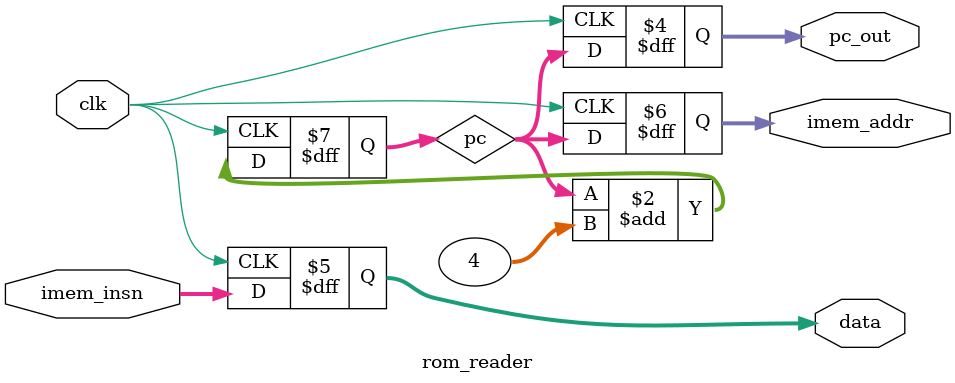
<source format=sv>
`timescale 1ns / 1ps

module rom_reader(
    input clk,
    input [31:0] imem_insn,
    output logic [31:0] pc_out, data, imem_addr
);

logic [31:0] pc = 0;
always @ (posedge clk) begin
   imem_addr <= pc;
   pc_out <= pc;
   data <= imem_insn;
   pc <= pc + 4;
end

endmodule

</source>
